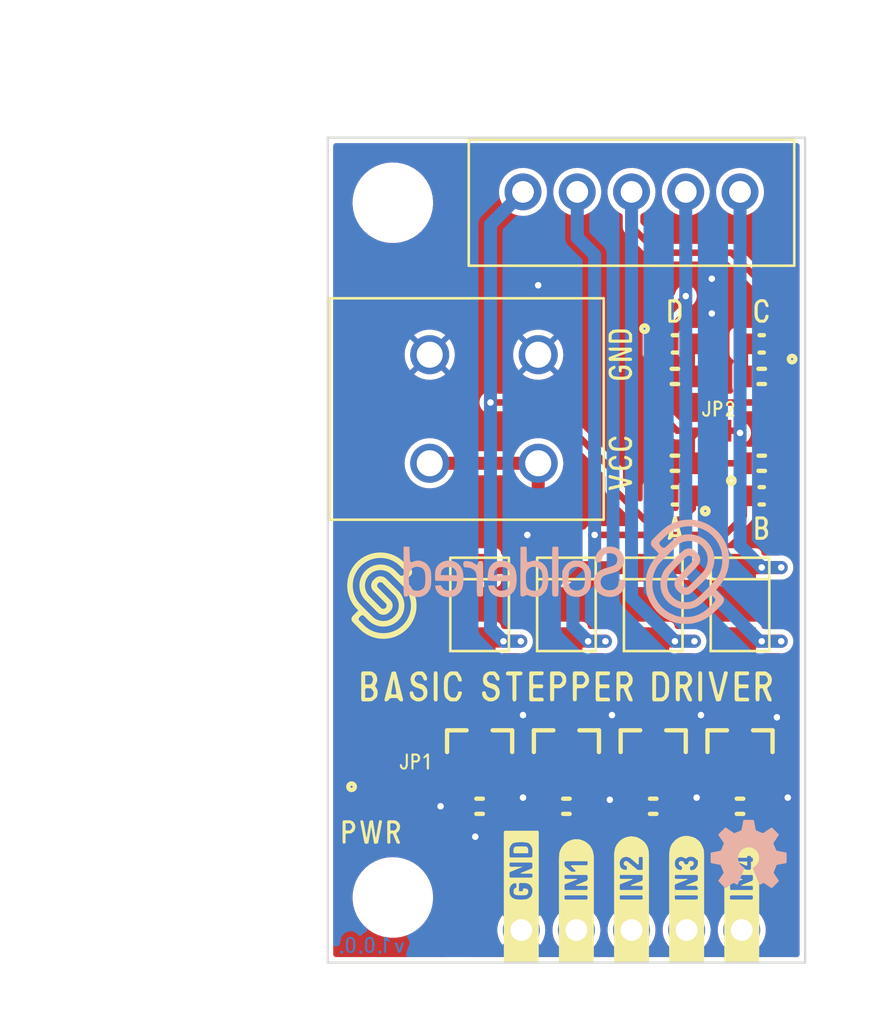
<source format=kicad_pcb>
(kicad_pcb (version 20210623) (generator pcbnew)
  (layers (0 "F.Cu" signal) (31 "B.Cu" signal) (34 "B.Paste" user) (35 "F.Paste" user) (36 "B.SilkS" user "B.Silkscreen") (37 "F.SilkS" user "F.Silkscreen") (38 "B.Mask" user) (39 "F.Mask" user) (44 "Edge.Cuts" user))
  (net 0 "")
  (net 1 "GND")
  (net 2 "Net-(D1-Pad1)")
  (net 3 "VCC")
  (net 4 "A")
  (net 5 "Net-(D3-Pad1)")
  (net 6 "B")
  (net 7 "Net-(D4-Pad1)")
  (net 8 "C")
  (net 9 "Net-(D5-Pad1)")
  (net 10 "D")
  (net 11 "Net-(D6-Pad1)")
  (net 12 "Net-(JP1-Pad2)")
  (net 13 "Net-(JP2-Pad1)")
  (net 14 "IN4")
  (net 15 "IN3")
  (net 16 "IN2")
  (net 17 "IN1")
  (net 18 "Net-(Q1-Pad1)")
  (net 19 "Net-(Q2-Pad1)")
  (net 20 "Net-(Q3-Pad1)")
  (net 21 "Net-(Q4-Pad1)")
  (footprint "e-radionica.com footprinti:0603LED" (layer "F.Cu") (at 116 101.5 180)
    (fp_text reference "D6")
    (fp_text value "green")
    (pad "1" smd rect locked (at -0.825 0 270) (size 0.95 0.8) (layers "F.Cu" "F.Paste" "F.Mask") (net 11 "Net-(D6-Pad1)"))
    (pad "2" smd rect locked (at 0.825 0 270) (size 0.95 0.8) (layers "F.Cu" "F.Paste" "F.Mask") (net 10 "D"))
  )
  (footprint "e-radionica.com footprinti:HOLE_3.2mm" (layer "F.Cu") (at 103 95)
    (fp_text reference "H1" hide)
    (fp_text value "HOLE_3.2mm" hide)
    (pad "" np_thru_hole circle locked (at 0 0) (size 3.2 3.2) (drill 3.2) (layers F&B.Cu *.Mask))
  )
  (footprint "buzzardLabel" (layer "F.Cu") (at 102 124)
    (fp_text reference "" (at 0 0) (layer "F.SilkS") (effects (font (size 1.27 1.27))))
    (fp_text value "" (at 0 0) (layer "F.SilkS") (effects (font (size 1.27 1.27))))
  )
  (footprint "e-radionica.com footprinti:0603R" (layer "F.Cu") (at 120 107)
    (fp_text reference "R4")
    (fp_text value "330R")
    (pad "1" smd rect locked (at -0.775 0 90) (size 1 0.64) (layers "F.Cu" "F.Paste" "F.Mask") (net 13 "Net-(JP2-Pad1)"))
    (pad "2" smd rect locked (at 0.775 0 90) (size 1 0.64) (layers "F.Cu" "F.Paste" "F.Mask") (net 7 "Net-(D4-Pad1)"))
  )
  (footprint "Soldered Graphics:Logo-Front-Soldered-4mm" (layer "F.Cu") (at 102.5 113.1)
    (fp_text reference "G***" hide)
    (fp_text value "LOGO" hide)
  )
  (footprint "buzzardLabel" (layer "F.Cu") (at 119.08 130.4 90)
    (fp_text reference "" (at 0 0 90) (layer "F.SilkS") (effects (font (size 1.27 1.27))))
    (fp_text value "" (at 0 0 90) (layer "F.SilkS") (effects (font (size 1.27 1.27))))
  )
  (footprint "e-radionica.com footprinti:0402LED" (layer "F.Cu") (at 102 122.5 180)
    (fp_text reference "D1")
    (fp_text value "purple")
    (pad "1" smd rect locked (at -0.55 0 270) (size 0.75 0.45) (layers "F.Cu" "F.Paste" "F.Mask") (net 2 "Net-(D1-Pad1)"))
    (pad "2" smd rect locked (at 0.55 0 270) (size 0.75 0.45) (layers "F.Cu" "F.Paste" "F.Mask") (net 1 "GND"))
  )
  (footprint "e-radionica.com footprinti:0603R" (layer "F.Cu") (at 116 103)
    (fp_text reference "R6")
    (fp_text value "330R")
    (pad "1" smd rect locked (at -0.775 0 90) (size 1 0.64) (layers "F.Cu" "F.Paste" "F.Mask") (net 13 "Net-(JP2-Pad1)"))
    (pad "2" smd rect locked (at 0.775 0 90) (size 1 0.64) (layers "F.Cu" "F.Paste" "F.Mask") (net 11 "Net-(D6-Pad1)"))
  )
  (footprint "Soldered Graphics:Logo-Back-OSH-3.5mm" (layer "F.Cu") (at 119.4 125)
    (fp_text reference "G***" hide)
    (fp_text value "LOGO" hide)
  )
  (footprint "e-radionica.com footprinti:SOT-23-3" (layer "F.Cu") (at 115 120 90)
    (fp_text reference "Q3")
    (fp_text value "NPN-SOT-23-3")
    (pad "1" smd rect locked (at -1.2 -0.95 180) (size 0.6 1) (layers "F.Cu" "F.Paste" "F.Mask") (net 20 "Net-(Q3-Pad1)"))
    (pad "2" smd rect locked (at -1.2 0.95 180) (size 0.6 1) (layers "F.Cu" "F.Paste" "F.Mask") (net 1 "GND"))
    (pad "3" smd rect locked (at 1.2 0 180) (size 0.6 1) (layers "F.Cu" "F.Paste" "F.Mask") (net 8 "C"))
  )
  (footprint "e-radionica.com footprinti:0402R" (layer "F.Cu") (at 102 121)
    (fp_text reference "R1")
    (fp_text value "330R")
    (pad "1" smd rect locked (at -0.5 0 90) (size 0.64 0.54) (layers "F.Cu" "F.Paste" "F.Mask") (net 12 "Net-(JP1-Pad2)"))
    (pad "2" smd rect locked (at 0.5 0 90) (size 0.64 0.54) (layers "F.Cu" "F.Paste" "F.Mask") (net 2 "Net-(D1-Pad1)"))
  )
  (footprint "e-radionica.com footprinti:0603R" (layer "F.Cu") (at 115 122.8)
    (fp_text reference "R8")
    (fp_text value "1k")
    (pad "1" smd rect locked (at -0.775 0 90) (size 1 0.64) (layers "F.Cu" "F.Paste" "F.Mask") (net 20 "Net-(Q3-Pad1)"))
    (pad "2" smd rect locked (at 0.775 0 90) (size 1 0.64) (layers "F.Cu" "F.Paste" "F.Mask") (net 15 "IN3"))
  )
  (footprint "Soldered Graphics:Logo-Back-SolderedFULL-15mm" (layer "F.Cu") (at 111 112)
    (fp_text reference "REF**" hide)
    (fp_text value "Logo-Front-SolderedFULL-15mm" hide)
  )
  (footprint "e-radionica.com footprinti:FIDUCIAL_1MM_PASTE" (layer "F.Cu") (at 106 129)
    (fp_text reference "FD1")
    (fp_text value "Fiducial_Stencil")
    (pad "1" smd circle locked (at 0 0) (size 1 1) (property pad_prop_fiducial_glob) (layers "F.Cu" "F.Paste" "F.Mask"))
  )
  (footprint "e-radionica.com footprinti:0603R" (layer "F.Cu") (at 116 107 180)
    (fp_text reference "R3")
    (fp_text value "330R")
    (pad "1" smd rect locked (at -0.775 0 270) (size 1 0.64) (layers "F.Cu" "F.Paste" "F.Mask") (net 13 "Net-(JP2-Pad1)"))
    (pad "2" smd rect locked (at 0.775 0 270) (size 1 0.64) (layers "F.Cu" "F.Paste" "F.Mask") (net 5 "Net-(D3-Pad1)"))
  )
  (footprint "buzzardLabel" (layer "F.Cu") (at 116.54 130.4 90)
    (fp_text reference "" (at 0 0 90) (layer "F.SilkS") (effects (font (size 1.27 1.27))))
    (fp_text value "" (at 0 0 90) (layer "F.SilkS") (effects (font (size 1.27 1.27))))
  )
  (footprint "buzzardLabel" (layer "F.Cu") (at 116 110)
    (fp_text reference "" (at 0 0) (layer "F.SilkS") (effects (font (size 1.27 1.27))))
    (fp_text value "" (at 0 0) (layer "F.SilkS") (effects (font (size 1.27 1.27))))
  )
  (footprint "buzzardLabel" (layer "F.Cu") (at 113.5 107 90)
    (fp_text reference "" (at 0 0 90) (layer "F.SilkS") (effects (font (size 1.27 1.27))))
    (fp_text value "" (at 0 0 90) (layer "F.SilkS") (effects (font (size 1.27 1.27))))
  )
  (footprint "e-radionica.com footprinti:SMD_JUMPER" (layer "F.Cu") (at 118 105.5)
    (fp_text reference "JP2")
    (fp_text value "SMD_JUMPER")
    (pad "1" smd rect locked (at -0.35 0) (size 0.5 1) (layers "F.Cu" "F.Mask") (net 13 "Net-(JP2-Pad1)"))
    (pad "2" smd rect locked (at 0.35 0) (size 0.5 1) (layers "F.Cu" "F.Mask") (net 3 "VCC"))
  )
  (footprint "e-radionica.com footprinti:0603LED" (layer "F.Cu") (at 120 108.5 180)
    (fp_text reference "D4")
    (fp_text value "green")
    (pad "1" smd rect locked (at -0.825 0 270) (size 0.95 0.8) (layers "F.Cu" "F.Paste" "F.Mask") (net 7 "Net-(D4-Pad1)"))
    (pad "2" smd rect locked (at 0.825 0 270) (size 0.95 0.8) (layers "F.Cu" "F.Paste" "F.Mask") (net 6 "B"))
  )
  (footprint "e-radionica.com footprinti:JST_XH_5A_CONNECTOR" (layer "F.Cu") (at 114 94.5 90)
    (fp_text reference "K3")
    (fp_text value "JST_XH_5A_CONNECTOR")
    (pad "1" thru_hole circle locked (at 0 -5 90) (size 1.7 1.7) (drill 1) (layers *.Cu *.Mask) (net 4 "A"))
    (pad "2" thru_hole circle locked (at 0 -2.5 90) (size 1.7 1.7) (drill 1) (layers *.Cu *.Mask) (net 6 "B"))
    (pad "3" thru_hole circle locked (at 0 0 90) (size 1.7 1.7) (drill 1) (layers *.Cu *.Mask) (net 8 "C"))
    (pad "4" thru_hole circle locked (at 0 2.5 90) (size 1.7 1.7) (drill 1) (layers *.Cu *.Mask) (net 10 "D"))
    (pad "5" thru_hole circle locked (at 0 5 90) (size 1.7 1.7) (drill 1) (layers *.Cu *.Mask) (net 3 "VCC"))
  )
  (footprint "buzzardLabel" (layer "F.Cu") (at 104 120.75)
    (fp_text reference "" (at 0 0) (layer "F.SilkS") (effects (font (size 1.27 1.27))))
    (fp_text value "" (at 0 0) (layer "F.SilkS") (effects (font (size 1.27 1.27))))
  )
  (footprint "buzzardLabel" (layer "F.Cu") (at 113.5 102 90)
    (fp_text reference "" (at 0 0 90) (layer "F.SilkS") (effects (font (size 1.27 1.27))))
    (fp_text value "" (at 0 0 90) (layer "F.SilkS") (effects (font (size 1.27 1.27))))
  )
  (footprint "buzzardLabel" (layer "F.Cu") (at 116 100)
    (fp_text reference "" (at 0 0) (layer "F.SilkS") (effects (font (size 1.27 1.27))))
    (fp_text value "" (at 0 0) (layer "F.SilkS") (effects (font (size 1.27 1.27))))
  )
  (footprint "e-radionica.com footprinti:TERMINAL_KF235-5.0-2P" (layer "F.Cu") (at 107.2 104.5 -90)
    (fp_text reference "K1")
    (fp_text value "TERMINAL_KF235-5.0-2P")
    (pad "1" thru_hole circle locked (at 2.5 -2.5 270) (size 1.8 1.8) (drill 1.2) (layers *.Cu *.Mask) (net 3 "VCC"))
    (pad "1" thru_hole circle locked (at 2.5 2.5 270) (size 1.8 1.8) (drill 1.2) (layers *.Cu *.Mask) (net 3 "VCC"))
    (pad "2" thru_hole circle locked (at -2.5 -2.5 270) (size 1.8 1.8) (drill 1.2) (layers *.Cu *.Mask) (net 1 "GND"))
    (pad "2" thru_hole circle locked (at -2.5 2.5 270) (size 1.8 1.8) (drill 1.2) (layers *.Cu *.Mask) (net 1 "GND"))
  )
  (footprint "e-radionica.com footprinti:M4_DIODA" (layer "F.Cu") (at 119 113.5 90)
    (fp_text reference "D9")
    (fp_text value "M4_DIODA")
    (pad "1" smd rect locked (at -1.69 0 90) (size 1.27 1.47) (layers "F.Cu" "F.Paste" "F.Mask") (net 10 "D"))
    (pad "2" smd rect locked (at 1.69 0 90) (size 1.27 1.47) (layers "F.Cu" "F.Paste" "F.Mask") (net 3 "VCC"))
  )
  (footprint "e-radionica.com footprinti:0603R" (layer "F.Cu") (at 120 103 180)
    (fp_text reference "R5")
    (fp_text value "330R")
    (pad "1" smd rect locked (at -0.775 0 270) (size 1 0.64) (layers "F.Cu" "F.Paste" "F.Mask") (net 13 "Net-(JP2-Pad1)"))
    (pad "2" smd rect locked (at 0.775 0 270) (size 1 0.64) (layers "F.Cu" "F.Paste" "F.Mask") (net 9 "Net-(D5-Pad1)"))
  )
  (footprint "buzzardLabel" (layer "F.Cu") (at 120 110)
    (fp_text reference "" (at 0 0) (layer "F.SilkS") (effects (font (size 1.27 1.27))))
    (fp_text value "" (at 0 0) (layer "F.SilkS") (effects (font (size 1.27 1.27))))
  )
  (footprint "buzzardLabel" (layer "F.Cu") (at 118 104.5)
    (fp_text reference "" (at 0 0) (layer "F.SilkS") (effects (font (size 1.27 1.27))))
    (fp_text value "" (at 0 0) (layer "F.SilkS") (effects (font (size 1.27 1.27))))
  )
  (footprint "buzzardLabel" (layer "F.Cu") (at 114 130.4 90)
    (fp_text reference "" (at 0 0 90) (layer "F.SilkS") (effects (font (size 1.27 1.27))))
    (fp_text value "" (at 0 0 90) (layer "F.SilkS") (effects (font (size 1.27 1.27))))
  )
  (footprint "e-radionica.com footprinti:M4_DIODA" (layer "F.Cu") (at 111 113.5 90)
    (fp_text reference "D7")
    (fp_text value "M4_DIODA")
    (pad "1" smd rect locked (at -1.69 0 90) (size 1.27 1.47) (layers "F.Cu" "F.Paste" "F.Mask") (net 6 "B"))
    (pad "2" smd rect locked (at 1.69 0 90) (size 1.27 1.47) (layers "F.Cu" "F.Paste" "F.Mask") (net 3 "VCC"))
  )
  (footprint "e-radionica.com footprinti:SOT-23-3" (layer "F.Cu") (at 107 120 90)
    (fp_text reference "Q1")
    (fp_text value "NPN-SOT-23-3")
    (pad "1" smd rect locked (at -1.2 -0.95 180) (size 0.6 1) (layers "F.Cu" "F.Paste" "F.Mask") (net 18 "Net-(Q1-Pad1)"))
    (pad "2" smd rect locked (at -1.2 0.95 180) (size 0.6 1) (layers "F.Cu" "F.Paste" "F.Mask") (net 1 "GND"))
    (pad "3" smd rect locked (at 1.2 0 180) (size 0.6 1) (layers "F.Cu" "F.Paste" "F.Mask") (net 4 "A"))
  )
  (footprint "buzzardLabel" (layer "F.Cu") (at 120 100)
    (fp_text reference "" (at 0 0) (layer "F.SilkS") (effects (font (size 1.27 1.27))))
    (fp_text value "" (at 0 0) (layer "F.SilkS") (effects (font (size 1.27 1.27))))
  )
  (footprint "e-radionica.com footprinti:0603LED" (layer "F.Cu") (at 116 108.5)
    (fp_text reference "D3")
    (fp_text value "green")
    (pad "1" smd rect locked (at -0.825 0 90) (size 0.95 0.8) (layers "F.Cu" "F.Paste" "F.Mask") (net 5 "Net-(D3-Pad1)"))
    (pad "2" smd rect locked (at 0.825 0 90) (size 0.95 0.8) (layers "F.Cu" "F.Paste" "F.Mask") (net 4 "A"))
  )
  (footprint "e-radionica.com footprinti:SMD-JUMPER-CONNECTED_TRACE_NOSLODERMASK" (layer "F.Cu") (at 104 121.75 180)
    (fp_text reference "JP1")
    (fp_text value "SMD-JUMPER-CONNECTED_TRACE_NOSLODERMASK")
    (fp_poly (pts (xy 0.1 0.1) (xy -0.1 0.1) (xy -0.1 -0.1) (xy 0.1 -0.1)) (layer "F.Cu") (width 0.1) (fill solid))
    (pad "1" smd rect locked (at -0.35 0 180) (size 0.5 1) (layers "F.Cu") (net 3 "VCC"))
    (pad "2" smd rect locked (at 0.35 0 180) (size 0.5 1) (layers "F.Cu") (net 12 "Net-(JP1-Pad2)"))
  )
  (footprint "buzzardLabel" (layer "F.Cu") (at 111 117.3)
    (fp_text reference "" (at 0 0) (layer "F.SilkS") (effects (font (size 1.27 1.27))))
    (fp_text value "" (at 0 0) (layer "F.SilkS") (effects (font (size 1.27 1.27))))
  )
  (footprint "buzzardLabel" (layer "F.Cu") (at 111.46 130.4 90)
    (fp_text reference "" (at 0 0 90) (layer "F.SilkS") (effects (font (size 1.27 1.27))))
    (fp_text value "" (at 0 0 90) (layer "F.SilkS") (effects (font (size 1.27 1.27))))
  )
  (footprint "e-radionica.com footprinti:0603R" (layer "F.Cu") (at 111 122.8)
    (fp_text reference "R7")
    (fp_text value "1k")
    (pad "1" smd rect locked (at -0.775 0 90) (size 1 0.64) (layers "F.Cu" "F.Paste" "F.Mask") (net 19 "Net-(Q2-Pad1)"))
    (pad "2" smd rect locked (at 0.775 0 90) (size 1 0.64) (layers "F.Cu" "F.Paste" "F.Mask") (net 16 "IN2"))
  )
  (footprint "buzzardLabel" (layer "F.Cu") (at 108.92 130.4 90)
    (fp_text reference "" (at 0 0 90) (layer "F.SilkS") (effects (font (size 1.27 1.27))))
    (fp_text value "" (at 0 0 90) (layer "F.SilkS") (effects (font (size 1.27 1.27))))
  )
  (footprint "e-radionica.com footprinti:M4_DIODA" (layer "F.Cu") (at 115 113.5 90)
    (fp_text reference "D8")
    (fp_text value "M4_DIODA")
    (pad "1" smd rect locked (at -1.69 0 90) (size 1.27 1.47) (layers "F.Cu" "F.Paste" "F.Mask") (net 8 "C"))
    (pad "2" smd rect locked (at 1.69 0 90) (size 1.27 1.47) (layers "F.Cu" "F.Paste" "F.Mask") (net 3 "VCC"))
  )
  (footprint "e-radionica.com footprinti:SOT-23-3" (layer "F.Cu") (at 119 120 90)
    (fp_text reference "Q4")
    (fp_text value "NPN-SOT-23-3")
    (pad "1" smd rect locked (at -1.2 -0.95 180) (size 0.6 1) (layers "F.Cu" "F.Paste" "F.Mask") (net 21 "Net-(Q4-Pad1)"))
    (pad "2" smd rect locked (at -1.2 0.95 180) (size 0.6 1) (layers "F.Cu" "F.Paste" "F.Mask") (net 1 "GND"))
    (pad "3" smd rect locked (at 1.2 0 180) (size 0.6 1) (layers "F.Cu" "F.Paste" "F.Mask") (net 10 "D"))
  )
  (footprint "e-radionica.com footprinti:SOT-23-3" (layer "F.Cu") (at 111 120 90)
    (fp_text reference "Q2")
    (fp_text value "NPN-SOT-23-3")
    (pad "1" smd rect locked (at -1.2 -0.95 180) (size 0.6 1) (layers "F.Cu" "F.Paste" "F.Mask") (net 19 "Net-(Q2-Pad1)"))
    (pad "2" smd rect locked (at -1.2 0.95 180) (size 0.6 1) (layers "F.Cu" "F.Paste" "F.Mask") (net 1 "GND"))
    (pad "3" smd rect locked (at 1.2 0 180) (size 0.6 1) (layers "F.Cu" "F.Paste" "F.Mask") (net 6 "B"))
  )
  (footprint "e-radionica.com footprinti:M4_DIODA" (layer "F.Cu") (at 107 113.5 90)
    (fp_text reference "D2")
    (fp_text value "M4_DIODA")
    (pad "1" smd rect locked (at -1.69 0 90) (size 1.27 1.47) (layers "F.Cu" "F.Paste" "F.Mask") (net 4 "A"))
    (pad "2" smd rect locked (at 1.69 0 90) (size 1.27 1.47) (layers "F.Cu" "F.Paste" "F.Mask") (net 3 "VCC"))
  )
  (footprint "e-radionica.com footprinti:0603R" (layer "F.Cu") (at 119 122.8)
    (fp_text reference "R9")
    (fp_text value "1k")
    (pad "1" smd rect locked (at -0.775 0 90) (size 1 0.64) (layers "F.Cu" "F.Paste" "F.Mask") (net 21 "Net-(Q4-Pad1)"))
    (pad "2" smd rect locked (at 0.775 0 90) (size 1 0.64) (layers "F.Cu" "F.Paste" "F.Mask") (net 14 "IN4"))
  )
  (footprint "e-radionica.com footprinti:HOLE_3.2mm" (layer "F.Cu") (at 103 127)
    (fp_text reference "H2" hide)
    (fp_text value "HOLE_3.2mm" hide)
    (pad "" np_thru_hole circle locked (at 0 0) (size 3.2 3.2) (drill 3.2) (layers F&B.Cu *.Mask))
  )
  (footprint "e-radionica.com footprinti:0603R" (layer "F.Cu") (at 107 122.8)
    (fp_text reference "R2")
    (fp_text value "1k")
    (pad "1" smd rect locked (at -0.775 0 90) (size 1 0.64) (layers "F.Cu" "F.Paste" "F.Mask") (net 18 "Net-(Q1-Pad1)"))
    (pad "2" smd rect locked (at 0.775 0 90) (size 1 0.64) (layers "F.Cu" "F.Paste" "F.Mask") (net 17 "IN1"))
  )
  (footprint "e-radionica.com footprinti:0603LED" (layer "F.Cu") (at 120 101.5)
    (fp_text reference "D5")
    (fp_text value "green")
    (pad "1" smd rect locked (at -0.825 0 90) (size 0.95 0.8) (layers "F.Cu" "F.Paste" "F.Mask") (net 9 "Net-(D5-Pad1)"))
    (pad "2" smd rect locked (at 0.825 0 90) (size 0.95 0.8) (layers "F.Cu" "F.Paste" "F.Mask") (net 8 "C"))
  )
  (footprint "Soldered Graphics:Version1.0.0." (layer "B.Cu") (at 102 129.2 180)
    (fp_text reference "" (at 0 0) (layer "B.SilkS") (effects (font (size 1.27 1.27)) (justify mirror)))
    (fp_text value "" (at 0 0) (layer "B.SilkS") (effects (font (size 1.27 1.27)) (justify mirror)))
    (fp_poly (pts (xy 1.31 -0.38) (xy 1.36 -0.38) (xy 1.41 -0.37) (xy 1.42 -0.33) (xy 1.42 -0.27) (xy 1.38 -0.26) (xy 1.33 -0.26) (xy 1.3 -0.29) (xy 1.3 -0.34) (xy 1.31 -0.38)) (layer "B.Cu") (width 0.01) (fill solid))
    (fp_poly (pts (xy 0.43 -0.38) (xy 0.48 -0.38) (xy 0.54 -0.37) (xy 0.54 -0.33) (xy 0.54 -0.27) (xy 0.5 -0.26) (xy 0.45 -0.26) (xy 0.42 -0.29) (xy 0.42 -0.34) (xy 0.43 -0.38)) (layer "B.Cu") (width 0.01) (fill solid))
    (fp_poly (pts (xy 0.93 -0.35) (xy 0.99 -0.35) (xy 1.04 -0.33) (xy 1.01 -0.28) (xy 0.91 -0.28) (xy 0.87 -0.25) (xy 0.85 -0.2) (xy 0.83 -0.15) (xy 0.83 -0.11) (xy 0.82 0.01) (xy 0.83 0.13) (xy 0.83 0.17) (xy 0.84 0.22) (xy 0.87 0.27) (xy 0.9 0.3) (xy 1.01 0.3) (xy 1.04 0.26) (xy 1.05 0.21) (xy 1.06 0.15) (xy 1.07 0.05) (xy 1.07 -0.08) (xy 1.06 -0.12) (xy 1.06 -0.17) (xy 1.04 -0.22) (xy 1.02 -0.27) (xy 1.01 -0.28) (xy 1.05 -0.32) (xy 1.09 -0.29) (xy 1.12 -0.26) (xy 1.14 -0.22) (xy 1.15 -0.16) (xy 1.16 -0.11) (xy 1.16 -0.06) (xy 1.16 0.06) (xy 1.16 0.12) (xy 1.15 0.17) (xy 1.14 0.22) (xy 1.13 0.27) (xy 1.1 0.3) (xy 1.06 0.34) (xy 1.01 0.37) (xy 0.95 0.38) (xy 0.9 0.38) (xy 0.84 0.35) (xy 0.8 0.31) (xy 0.78 0.28) (xy 0.75 0.23) (xy 0.74 0.18) (xy 0.74 0.13) (xy 0.73 0.08) (xy 0.73 -0.04) (xy 0.73 -0.1) (xy 0.74 -0.14) (xy 0.75 -0.2) (xy 0.77 -0.25) (xy 0.79 -0.28) (xy 0.83 -0.32) (xy 0.89 -0.35) (xy 0.93 -0.35)) (layer "B.Cu") (width 0.01) (fill solid))
    (fp_poly (pts (xy 0.06 -0.35) (xy 0.11 -0.35) (xy 0.17 -0.33) (xy 0.13 -0.28) (xy 0.03 -0.28) (xy -0.01 -0.25) (xy -0.03 -0.2) (xy -0.05 -0.15) (xy -0.05 -0.11) (xy -0.05 0.01) (xy -0.05 0.13) (xy -0.05 0.17) (xy -0.03 0.22) (xy -0.01 0.27) (xy 0.02 0.3) (xy 0.13 0.3) (xy 0.16 0.26) (xy 0.18 0.21) (xy 0.18 0.15) (xy 0.19 0.05) (xy 0.19 -0.08) (xy 0.19 -0.12) (xy 0.18 -0.17) (xy 0.16 -0.22) (xy 0.14 -0.27) (xy 0.14 -0.28) (xy 0.17 -0.32) (xy 0.21 -0.29) (xy 0.24 -0.26) (xy 0.26 -0.22) (xy 0.27 -0.16) (xy 0.28 -0.11) (xy 0.28 -0.06) (xy 0.28 0.06) (xy 0.28 0.12) (xy 0.27 0.17) (xy 0.26 0.22) (xy 0.25 0.27) (xy 0.22 0.3) (xy 0.19 0.34) (xy 0.13 0.37) (xy 0.08 0.38) (xy 0.02 0.38) (xy -0.03 0.35) (xy -0.08 0.31) (xy -0.1 0.28) (xy -0.12 0.23) (xy -0.14 0.18) (xy -0.14 0.13) (xy -0.15 0.08) (xy -0.15 -0.04) (xy -0.14 -0.1) (xy -0.14 -0.14) (xy -0.13 -0.2) (xy -0.11 -0.25) (xy -0.08 -0.28) (xy -0.05 -0.32) (xy 0.01 -0.35) (xy 0.06 -0.35)) (layer "B.Cu") (width 0.01) (fill solid))
    (fp_poly (pts (xy -0.44 -0.38) (xy -0.39 -0.38) (xy -0.34 -0.37) (xy -0.34 -0.33) (xy -0.34 -0.27) (xy -0.38 -0.26) (xy -0.43 -0.26) (xy -0.46 -0.29) (xy -0.46 -0.34) (xy -0.44 -0.38)) (layer "B.Cu") (width 0.01) (fill solid))
    (fp_poly (pts (xy -1.33 -0.35) (xy -1.27 -0.35) (xy -1.25 -0.31) (xy -1.09 0.1) (xy -1.11 0.13) (xy -1.16 0.13) (xy -1.19 0.1) (xy -1.28 -0.16) (xy -1.3 -0.21) (xy -1.32 -0.17) (xy -1.41 0.09) (xy -1.44 0.13) (xy -1.49 0.13) (xy -1.51 0.1) (xy -1.36 -0.31) (xy -1.33 -0.35)) (layer "B.Cu") (width 0.01) (fill solid))
    (fp_poly (pts (xy -0.67 -0.35) (xy -0.62 -0.35) (xy -0.6 -0.31) (xy -0.6 0.35) (xy -0.64 0.38) (xy -0.69 0.38) (xy -0.73 0.34) (xy -0.84 0.22) (xy -0.86 0.17) (xy -0.83 0.16) (xy -0.73 0.22) (xy -0.69 0.23) (xy -0.69 -0.31) (xy -0.67 -0.35)) (layer "B.Cu") (width 0.01) (fill solid))
  )
  (footprint "e-radionica.com footprinti:HEADER_MALE_5X1" (layer "B.Cu") (at 114 128.5)
    (fp_text reference "K2")
    (fp_text value "HEADER_MALE_5X1")
    (pad "1" thru_hole circle locked (at -5.08 0) (size 1.7 1.7) (drill 1) (layers *.Cu *.Mask) (net 1 "GND"))
    (pad "2" thru_hole circle locked (at -2.54 0) (size 1.7 1.7) (drill 1) (layers *.Cu *.Mask) (net 17 "IN1"))
    (pad "3" thru_hole circle locked (at 0 0) (size 1.7 1.7) (drill 1) (layers *.Cu *.Mask) (net 16 "IN2"))
    (pad "4" thru_hole circle locked (at 2.54 0) (size 1.7 1.7) (drill 1) (layers *.Cu *.Mask) (net 15 "IN3"))
    (pad "5" thru_hole circle locked (at 5.08 0) (size 1.7 1.7) (drill 1) (layers *.Cu *.Mask) (net 14 "IN4"))
  )
  (gr_line (start 122 130) (end 100 130) (layer "Edge.Cuts") (width 0.1))
  (gr_line (start 122 92) (end 122 130) (layer "Edge.Cuts") (width 0.1))
  (gr_line (start 100 130) (end 100 92) (layer "Edge.Cuts") (width 0.1))
  (gr_line (start 100 92) (end 122 92) (layer "Edge.Cuts") (width 0.1))
  (via (at 105.2 122.8) (size 0.5) (drill 0.3) (layers "F.Cu" "B.Cu") (net 1))
  (via (at 109 122.4) (size 0.5) (drill 0.3) (layers "F.Cu" "B.Cu") (net 1))
  (via (at 109.2 110.3) (size 0.5) (drill 0.3) (layers "F.Cu" "B.Cu") (net 1))
  (via (at 113 122.5) (size 0.5) (drill 0.3) (layers "F.Cu" "B.Cu") (net 1))
  (via (at 117.7 98.5) (size 0.5) (drill 0.3) (layers "F.Cu" "B.Cu") (net 1))
  (via (at 120.7 118.7) (size 0.5) (drill 0.3) (layers "F.Cu" "B.Cu") (net 1))
  (via (at 117.7 100.1) (size 0.5) (drill 0.3) (layers "F.Cu" "B.Cu") (net 1))
  (via (at 113.1 118.6) (size 0.5) (drill 0.3) (layers "F.Cu" "B.Cu") (net 1))
  (via (at 121.2 122.4) (size 0.5) (drill 0.3) (layers "F.Cu" "B.Cu") (net 1))
  (via (at 106.8 124.2) (size 0.5) (drill 0.3) (layers "F.Cu" "B.Cu") (net 1))
  (via (at 109.7 98.8) (size 0.5) (drill 0.3) (layers "F.Cu" "B.Cu") (net 1))
  (via (at 117.2 118.6) (size 0.5) (drill 0.3) (layers "F.Cu" "B.Cu") (net 1))
  (via (at 109 118.6) (size 0.5) (drill 0.3) (layers "F.Cu" "B.Cu") (net 1))
  (via (at 117 122.4) (size 0.5) (drill 0.3) (layers "F.Cu" "B.Cu") (net 1))
  (segment (start 102.5 122.45) (end 102.55 122.5) (width 0.3) (layer "F.Cu") (net 2))
  (segment (start 102.5 121) (end 102.5 122.45) (width 0.3) (layer "F.Cu") (net 2))
  (segment (start 107 111.81) (end 119 111.81) (width 0.6) (layer "F.Cu") (net 3))
  (segment (start 109.7 108.5) (end 111.1 109.9) (width 0.6) (layer "F.Cu") (net 3))
  (segment (start 111.1 111.71) (end 111 111.81) (width 0.6) (layer "F.Cu") (net 3))
  (segment (start 120.9 111.8) (end 120.89 111.81) (width 0.6) (layer "F.Cu") (net 3))
  (segment (start 104.35 113.15) (end 105.69 111.81) (width 0.3) (layer "F.Cu") (net 3))
  (segment (start 104.35 121.75) (end 104.35 113.15) (width 0.3) (layer "F.Cu") (net 3))
  (segment (start 120.89 111.81) (end 119 111.81) (width 0.6) (layer "F.Cu") (net 3))
  (segment (start 104.7 107) (end 109.7 107) (width 0.6) (layer "F.Cu") (net 3))
  (segment (start 118.35 105.5) (end 118.9 105.5) (width 0.3) (layer "F.Cu") (net 3))
  (segment (start 111.1 109.9) (end 111.1 111.71) (width 0.6) (layer "F.Cu") (net 3))
  (segment (start 109.7 107) (end 109.7 108.5) (width 0.6) (layer "F.Cu") (net 3))
  (segment (start 118.9 105.5) (end 119 105.6) (width 0.3) (layer "F.Cu") (net 3))
  (segment (start 105.69 111.81) (end 107 111.81) (width 0.3) (layer "F.Cu") (net 3))
  (via (at 120 111.8) (size 0.5) (drill 0.3) (layers "F.Cu" "B.Cu") (net 3))
  (via (at 119 105.6) (size 0.5) (drill 0.3) (layers "F.Cu" "B.Cu") (net 3))
  (via (at 120.9 111.8) (size 0.5) (drill 0.3) (layers "F.Cu" "B.Cu") (net 3))
  (segment (start 119 105.6) (end 119 97.9) (width 0.6) (layer "B.Cu") (net 3))
  (segment (start 120 111.8) (end 119 110.8) (width 0.6) (layer "B.Cu") (net 3))
  (segment (start 120 111.8) (end 120.9 111.8) (width 0.6) (layer "B.Cu") (net 3))
  (segment (start 119 97.9) (end 119 94.5) (width 0.6) (layer "B.Cu") (net 3))
  (segment (start 119 110.8) (end 119 105.6) (width 0.6) (layer "B.Cu") (net 3))
  (segment (start 110 104.2) (end 107.5 104.2) (width 0.3) (layer "F.Cu") (net 4))
  (segment (start 107 118.8) (end 107 115.19) (width 0.6) (layer "F.Cu") (net 4))
  (segment (start 107 115.19) (end 108.89 115.19) (width 0.6) (layer "F.Cu") (net 4))
  (segment (start 116.825 108.5) (end 116.825 109.075) (width 0.3) (layer "F.Cu") (net 4))
  (segment (start 114.6 109.6) (end 113.2 108.2) (width 0.3) (layer "F.Cu") (net 4))
  (segment (start 116.3 109.6) (end 114.6 109.6) (width 0.3) (layer "F.Cu") (net 4))
  (segment (start 108.89 115.19) (end 108.9 115.2) (width 0.6) (layer "F.Cu") (net 4))
  (segment (start 116.825 109.075) (end 116.3 109.6) (width 0.3) (layer "F.Cu") (net 4))
  (segment (start 113.2 108.2) (end 113.2 107.4) (width 0.3) (layer "F.Cu") (net 4))
  (segment (start 113.2 107.4) (end 110 104.2) (width 0.3) (layer "F.Cu") (net 4))
  (via (at 107.5 104.2) (size 0.5) (drill 0.3) (layers "F.Cu" "B.Cu") (net 4))
  (via (at 108.1 115.2) (size 0.5) (drill 0.3) (layers "F.Cu" "B.Cu") (net 4))
  (via (at 108.9 115.2) (size 0.5) (drill 0.3) (layers "F.Cu" "B.Cu") (net 4))
  (segment (start 107.5 114.6) (end 107.5 104.2) (width 0.6) (layer "B.Cu") (net 4))
  (segment (start 108.1 115.2) (end 107.5 114.6) (width 0.6) (layer "B.Cu") (net 4))
  (segment (start 108.9 115.2) (end 108.1 115.2) (width 0.6) (layer "B.Cu") (net 4))
  (segment (start 107.5 96) (end 109 94.5) (width 0.6) (layer "B.Cu") (net 4))
  (segment (start 107.5 104.2) (end 107.5 96) (width 0.6) (layer "B.Cu") (net 4))
  (segment (start 115.175 107.05) (end 115.225 107) (width 0.3) (layer "F.Cu") (net 5))
  (segment (start 115.175 108.5) (end 115.175 107.05) (width 0.3) (layer "F.Cu") (net 5))
  (segment (start 112.79 115.19) (end 112.8 115.2) (width 0.6) (layer "F.Cu") (net 6))
  (segment (start 111 115.19) (end 112.79 115.19) (width 0.6) (layer "F.Cu") (net 6))
  (segment (start 111 118.8) (end 111 115.19) (width 0.6) (layer "F.Cu") (net 6))
  (segment (start 119.175 108.5) (end 119.175 109.425) (width 0.3) (layer "F.Cu") (net 6))
  (segment (start 119.175 109.425) (end 118.3 110.3) (width 0.3) (layer "F.Cu") (net 6))
  (segment (start 118.3 110.3) (end 112.3 110.3) (width 0.3) (layer "F.Cu") (net 6))
  (via (at 112.8 115.2) (size 0.5) (drill 0.3) (layers "F.Cu" "B.Cu") (net 6))
  (via (at 112.3 110.3) (size 0.5) (drill 0.3) (layers "F.Cu" "B.Cu") (net 6))
  (via (at 112 115.2) (size 0.5) (drill 0.3) (layers "F.Cu" "B.Cu") (net 6))
  (segment (start 111.5 96.6) (end 111.5 94.5) (width 0.6) (layer "B.Cu") (net 6))
  (segment (start 112.3 111.8) (end 112.3 110.3) (width 0.6) (layer "B.Cu") (net 6))
  (segment (start 112.3 97.4) (end 111.5 96.6) (width 0.6) (layer "B.Cu") (net 6))
  (segment (start 112.8 115.2) (end 112 115.2) (width 0.6) (layer "B.Cu") (net 6))
  (segment (start 111.3 112.8) (end 112.3 111.8) (width 0.6) (layer "B.Cu") (net 6))
  (segment (start 112 115.2) (end 111.3 114.5) (width 0.6) (layer "B.Cu") (net 6))
  (segment (start 111.3 114.5) (end 111.3 112.8) (width 0.6) (layer "B.Cu") (net 6))
  (segment (start 112.3 110.3) (end 112.3 97.4) (width 0.6) (layer "B.Cu") (net 6))
  (segment (start 120.775 108.45) (end 120.825 108.5) (width 0.3) (layer "F.Cu") (net 7))
  (segment (start 120.775 107) (end 120.775 108.45) (width 0.3) (layer "F.Cu") (net 7))
  (segment (start 114 96.1) (end 115.2 97.3) (width 0.3) (layer "F.Cu") (net 8))
  (segment (start 116.9 115.2) (end 116.89 115.19) (width 0.6) (layer "F.Cu") (net 8))
  (segment (start 116.89 115.19) (end 115 115.19) (width 0.6) (layer "F.Cu") (net 8))
  (segment (start 114 96.1) (end 114 94.5) (width 0.3) (layer "F.Cu") (net 8))
  (segment (start 115 118.8) (end 115 115.19) (width 0.6) (layer "F.Cu") (net 8))
  (segment (start 120.825 99.525) (end 120.825 101.5) (width 0.3) (layer "F.Cu") (net 8))
  (segment (start 115.2 97.3) (end 118.6 97.3) (width 0.3) (layer "F.Cu") (net 8))
  (segment (start 118.6 97.3) (end 120.825 99.525) (width 0.3) (layer "F.Cu") (net 8))
  (via (at 116 115.2) (size 0.5) (drill 0.3) (layers "F.Cu" "B.Cu") (net 8))
  (via (at 116.9 115.2) (size 0.5) (drill 0.3) (layers "F.Cu" "B.Cu") (net 8))
  (segment (start 114 97.3) (end 114 94.5) (width 0.6) (layer "B.Cu") (net 8))
  (segment (start 116 115.2) (end 114 113.2) (width 0.6) (layer "B.Cu") (net 8))
  (segment (start 114 113.2) (end 114 97.3) (width 0.6) (layer "B.Cu") (net 8))
  (segment (start 116.9 115.2) (end 116 115.2) (width 0.6) (layer "B.Cu") (net 8))
  (segment (start 119.225 103) (end 119.225 101.55) (width 0.3) (layer "F.Cu") (net 9))
  (segment (start 119.225 101.55) (end 119.175 101.5) (width 0.3) (layer "F.Cu") (net 9))
  (segment (start 120.9 115.2) (end 120.89 115.19) (width 0.6) (layer "F.Cu") (net 10))
  (segment (start 115.175 100.625) (end 115.175 101.5) (width 0.3) (layer "F.Cu") (net 10))
  (segment (start 120.89 115.19) (end 119 115.19) (width 0.6) (layer "F.Cu") (net 10))
  (segment (start 116.5 99.3) (end 115.175 100.625) (width 0.3) (layer "F.Cu") (net 10))
  (segment (start 119 118.8) (end 119 115.19) (width 0.6) (layer "F.Cu") (net 10))
  (via (at 120 115.2) (size 0.5) (drill 0.3) (layers "F.Cu" "B.Cu") (net 10))
  (via (at 120.9 115.2) (size 0.5) (drill 0.3) (layers "F.Cu" "B.Cu") (net 10))
  (via (at 116.5 99.3) (size 0.5) (drill 0.3) (layers "F.Cu" "B.Cu") (net 10))
  (segment (start 119.9 115.2) (end 120.9 115.2) (width 0.6) (layer "B.Cu") (net 10))
  (segment (start 116.5 99.3) (end 116.5 111.8) (width 0.6) (layer "B.Cu") (net 10))
  (segment (start 116.5 99.3) (end 116.5 94.5) (width 0.6) (layer "B.Cu") (net 10))
  (segment (start 116.5 111.8) (end 119.9 115.2) (width 0.6) (layer "B.Cu") (net 10))
  (segment (start 116.775 103) (end 116.775 101.55) (width 0.3) (layer "F.Cu") (net 11))
  (segment (start 116.775 101.55) (end 116.825 101.5) (width 0.3) (layer "F.Cu") (net 11))
  (segment (start 103.1 119.9) (end 102.1 119.9) (width 0.3) (layer "F.Cu") (net 12))
  (segment (start 102.1 119.9) (end 101.5 120.5) (width 0.3) (layer "F.Cu") (net 12))
  (segment (start 103.65 121.75) (end 103.65 120.45) (width 0.3) (layer "F.Cu") (net 12))
  (segment (start 101.5 120.5) (end 101.5 121) (width 0.3) (layer "F.Cu") (net 12))
  (segment (start 103.65 120.45) (end 103.1 119.9) (width 0.3) (layer "F.Cu") (net 12))
  (segment (start 117.65 104.65) (end 118.1 104.2) (width 0.3) (layer "F.Cu") (net 13))
  (segment (start 118.1 104.2) (end 120.1 104.2) (width 0.3) (layer "F.Cu") (net 13))
  (segment (start 116.775 105.825) (end 117.1 105.5) (width 0.3) (layer "F.Cu") (net 13))
  (segment (start 117.65 105.5) (end 117.1 105.5) (width 0.3) (layer "F.Cu") (net 13))
  (segment (start 117.1 105.5) (end 116.1 105.5) (width 0.3) (layer "F.Cu") (net 13))
  (segment (start 117.65 105.5) (end 117.65 104.65) (width 0.3) (layer "F.Cu") (net 13))
  (segment (start 116.775 107) (end 119.225 107) (width 0.3) (layer "F.Cu") (net 13))
  (segment (start 116.775 107) (end 116.775 105.825) (width 0.3) (layer "F.Cu") (net 13))
  (segment (start 120.1 104.2) (end 120.775 103.525) (width 0.3) (layer "F.Cu") (net 13))
  (segment (start 120.775 103.525) (end 120.775 103) (width 0.3) (layer "F.Cu") (net 13))
  (segment (start 115.225 104.625) (end 115.225 103) (width 0.3) (layer "F.Cu") (net 13))
  (segment (start 116.1 105.5) (end 115.225 104.625) (width 0.3) (layer "F.Cu") (net 13))
  (segment (start 119.08 125.32) (end 119.08 128.5) (width 0.3) (layer "F.Cu") (net 14))
  (segment (start 119.775 124.625) (end 119.08 125.32) (width 0.3) (layer "F.Cu") (net 14))
  (segment (start 119.775 122.8) (end 119.775 124.625) (width 0.3) (layer "F.Cu") (net 14))
  (segment (start 115.775 122.8) (end 115.775 124.875) (width 0.3) (layer "F.Cu") (net 15))
  (segment (start 115.775 124.875) (end 116.54 125.64) (width 0.3) (layer "F.Cu") (net 15))
  (segment (start 116.54 125.64) (end 116.54 128.5) (width 0.3) (layer "F.Cu") (net 15))
  (segment (start 114 126.1) (end 114 128.5) (width 0.3) (layer "F.Cu") (net 16))
  (segment (start 111.775 123.875) (end 114 126.1) (width 0.3) (layer "F.Cu") (net 16))
  (segment (start 111.775 122.8) (end 111.775 123.875) (width 0.3) (layer "F.Cu") (net 16))
  (segment (start 111.46 127.56) (end 111.46 128.5) (width 0.3) (layer "F.Cu") (net 17))
  (segment (start 107.775 123.875) (end 111.46 127.56) (width 0.3) (layer "F.Cu") (net 17))
  (segment (start 107.775 122.8) (end 107.775 123.875) (width 0.3) (layer "F.Cu") (net 17))
  (segment (start 106.05 122.625) (end 106.225 122.8) (width 0.3) (layer "F.Cu") (net 18))
  (segment (start 106.05 121.2) (end 106.05 122.625) (width 0.3) (layer "F.Cu") (net 18))
  (segment (start 110.05 122.625) (end 110.225 122.8) (width 0.3) (layer "F.Cu") (net 19))
  (segment (start 110.05 121.2) (end 110.05 122.625) (width 0.3) (layer "F.Cu") (net 19))
  (segment (start 114.05 121.2) (end 114.05 122.625) (width 0.3) (layer "F.Cu") (net 20))
  (segment (start 114.05 122.625) (end 114.225 122.8) (width 0.3) (layer "F.Cu") (net 20))
  (segment (start 118.05 121.2) (end 118.05 122.625) (width 0.3) (layer "F.Cu") (net 21))
  (segment (start 118.05 122.625) (end 118.225 122.8) (width 0.3) (layer "F.Cu") (net 21))
  (zone (net 1) (net_name "GND") (layers F&B.Cu) (connect_pads (clearance 0.254)) (min_thickness 0.254) (fill yes (thermal_gap 0.254) (thermal_bridge_width 0.254))
    (polygon (pts (xy 122 130) (xy 100 130) (xy 100 92) (xy 122 92)))
  )
)
</source>
